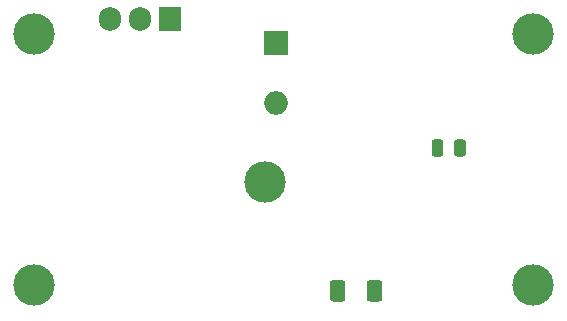
<source format=gbr>
%TF.GenerationSoftware,KiCad,Pcbnew,(5.1.9)-1*%
%TF.CreationDate,2021-04-21T23:55:58+08:00*%
%TF.ProjectId,xhp70-driver,78687037-302d-4647-9269-7665722e6b69,rev?*%
%TF.SameCoordinates,Original*%
%TF.FileFunction,Soldermask,Bot*%
%TF.FilePolarity,Negative*%
%FSLAX46Y46*%
G04 Gerber Fmt 4.6, Leading zero omitted, Abs format (unit mm)*
G04 Created by KiCad (PCBNEW (5.1.9)-1) date 2021-04-21 23:55:58*
%MOMM*%
%LPD*%
G01*
G04 APERTURE LIST*
%ADD10C,3.500000*%
%ADD11O,1.905000X2.000000*%
%ADD12R,1.905000X2.000000*%
%ADD13O,2.000000X2.000000*%
%ADD14R,2.000000X2.000000*%
G04 APERTURE END LIST*
%TO.C,C7*%
G36*
G01*
X149150000Y-62425000D02*
X149150000Y-63375000D01*
G75*
G02*
X148900000Y-63625000I-250000J0D01*
G01*
X148400000Y-63625000D01*
G75*
G02*
X148150000Y-63375000I0J250000D01*
G01*
X148150000Y-62425000D01*
G75*
G02*
X148400000Y-62175000I250000J0D01*
G01*
X148900000Y-62175000D01*
G75*
G02*
X149150000Y-62425000I0J-250000D01*
G01*
G37*
G36*
G01*
X151050000Y-62425000D02*
X151050000Y-63375000D01*
G75*
G02*
X150800000Y-63625000I-250000J0D01*
G01*
X150300000Y-63625000D01*
G75*
G02*
X150050000Y-63375000I0J250000D01*
G01*
X150050000Y-62425000D01*
G75*
G02*
X150300000Y-62175000I250000J0D01*
G01*
X150800000Y-62175000D01*
G75*
G02*
X151050000Y-62425000I0J-250000D01*
G01*
G37*
%TD*%
D10*
%TO.C,H3*%
X156750000Y-74500000D03*
%TD*%
D11*
%TO.C,Q1*%
X120920000Y-52000000D03*
X123460000Y-52000000D03*
D12*
X126000000Y-52000000D03*
%TD*%
D13*
%TO.C,D1*%
X135000000Y-59080000D03*
D14*
X135000000Y-54000000D03*
%TD*%
%TO.C,C1*%
G36*
G01*
X142650000Y-75650003D02*
X142650000Y-74349997D01*
G75*
G02*
X142899997Y-74100000I249997J0D01*
G01*
X143725003Y-74100000D01*
G75*
G02*
X143975000Y-74349997I0J-249997D01*
G01*
X143975000Y-75650003D01*
G75*
G02*
X143725003Y-75900000I-249997J0D01*
G01*
X142899997Y-75900000D01*
G75*
G02*
X142650000Y-75650003I0J249997D01*
G01*
G37*
G36*
G01*
X139525000Y-75650003D02*
X139525000Y-74349997D01*
G75*
G02*
X139774997Y-74100000I249997J0D01*
G01*
X140600003Y-74100000D01*
G75*
G02*
X140850000Y-74349997I0J-249997D01*
G01*
X140850000Y-75650003D01*
G75*
G02*
X140600003Y-75900000I-249997J0D01*
G01*
X139774997Y-75900000D01*
G75*
G02*
X139525000Y-75650003I0J249997D01*
G01*
G37*
%TD*%
D10*
%TO.C,H1*%
X114500000Y-53250000D03*
%TD*%
%TO.C,H5*%
X134000000Y-65750000D03*
%TD*%
%TO.C,H4*%
X156750000Y-53250000D03*
%TD*%
%TO.C,H2*%
X114500000Y-74500000D03*
%TD*%
M02*

</source>
